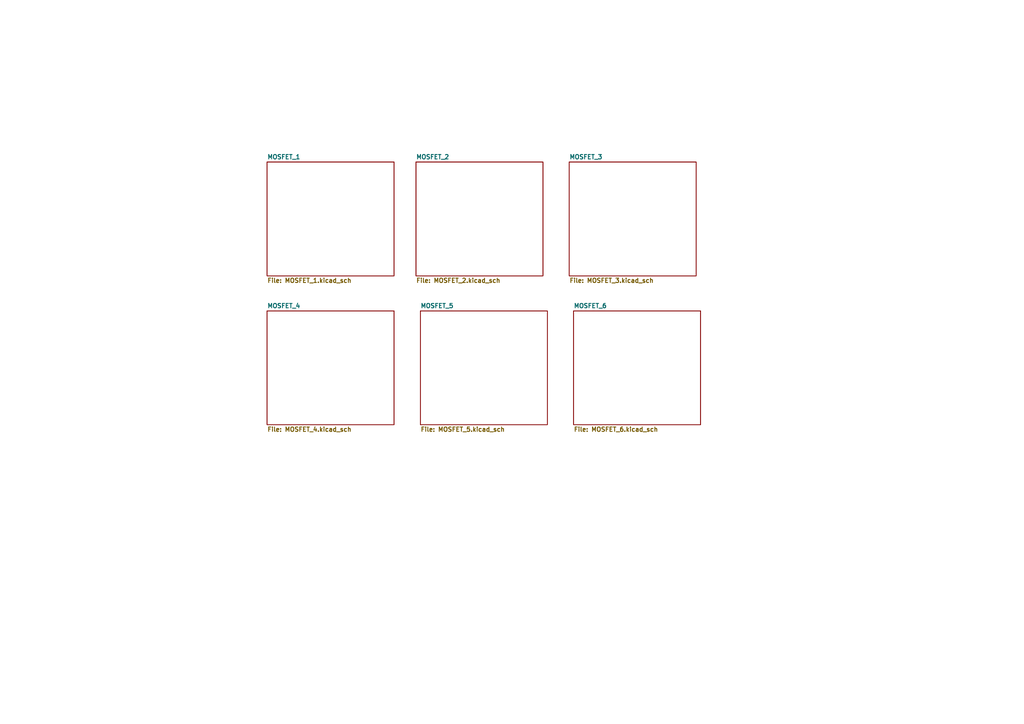
<source format=kicad_sch>
(kicad_sch (version 20211123) (generator eeschema)
  (paper "A4")
  (lib_symbols)
  (sheet (at 165.1 46.99) (size 36.83 33.02) (stroke (width 0.2))
    (property "Sheet name" "MOSFET_3" (at 165.1 46.2546 0) (effects (font bold) (justify left bottom)))
    (property "Sheet file" "MOSFET_3.kicad_sch" (at 165.1 80.6184 0) (effects (font bold) (justify left top)))
  )
  (sheet (at 77.47 90.17) (size 36.83 33.02) (stroke (width 0.2))
    (property "Sheet name" "MOSFET_4" (at 77.47 89.4346 0) (effects (font bold) (justify left bottom)))
    (property "Sheet file" "MOSFET_4.kicad_sch" (at 77.47 123.7984 0) (effects (font bold) (justify left top)))
  )
  (sheet (at 120.65 46.99) (size 36.83 33.02) (stroke (width 0.2))
    (property "Sheet name" "MOSFET_2" (at 120.65 46.2546 0) (effects (font bold) (justify left bottom)))
    (property "Sheet file" "MOSFET_2.kicad_sch" (at 120.65 80.6184 0) (effects (font bold) (justify left top)))
  )
  (sheet (at 166.37 90.17) (size 36.83 33.02) (stroke (width 0.2))
    (property "Sheet name" "MOSFET_6" (at 166.37 89.4346 0) (effects (font bold) (justify left bottom)))
    (property "Sheet file" "MOSFET_6.kicad_sch" (at 166.37 123.7984 0) (effects (font bold) (justify left top)))
  )
  (sheet (at 121.92 90.17) (size 36.83 33.02) (stroke (width 0.2))
    (property "Sheet name" "MOSFET_5" (at 121.92 89.4346 0) (effects (font bold) (justify left bottom)))
    (property "Sheet file" "MOSFET_5.kicad_sch" (at 121.92 123.7984 0) (effects (font bold) (justify left top)))
  )
  (sheet (at 77.47 46.99) (size 36.83 33.02) (stroke (width 0.2))
    (property "Sheet name" "MOSFET_1" (at 77.47 46.2546 0) (effects (font bold) (justify left bottom)))
    (property "Sheet file" "MOSFET_1.kicad_sch" (at 77.47 80.6184 0) (effects (font bold) (justify left top)))
  )
)
</source>
